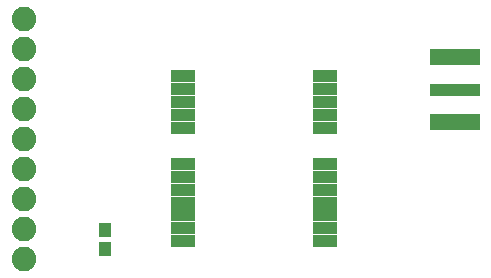
<source format=gbr>
G04 EAGLE Gerber RS-274X export*
G75*
%MOMM*%
%FSLAX34Y34*%
%LPD*%
%INSoldermask Top*%
%IPPOS*%
%AMOC8*
5,1,8,0,0,1.08239X$1,22.5*%
G01*
%ADD10C,2.082800*%
%ADD11R,4.303200X1.453200*%
%ADD12R,4.303200X1.103200*%
%ADD13R,2.003200X1.003200*%
%ADD14R,1.103200X1.253200*%


D10*
X63500Y50800D03*
X63500Y76200D03*
X63500Y254000D03*
X63500Y228600D03*
X63500Y203200D03*
X63500Y177800D03*
X63500Y152400D03*
X63500Y127000D03*
X63500Y101600D03*
D11*
X427990Y166560D03*
D12*
X427990Y194310D03*
D11*
X427990Y222060D03*
D13*
X198000Y205700D03*
X198000Y194700D03*
X198000Y183700D03*
X198000Y172700D03*
X198000Y161700D03*
X198000Y131700D03*
X198000Y120700D03*
X198000Y109700D03*
X198000Y98700D03*
X198000Y87700D03*
X198000Y76700D03*
X198000Y65700D03*
X318000Y205700D03*
X318000Y194700D03*
X318000Y183700D03*
X318000Y172700D03*
X318000Y161700D03*
X318000Y131700D03*
X318000Y120700D03*
X318000Y109700D03*
X318000Y98700D03*
X318000Y87700D03*
X318000Y76700D03*
X318000Y65700D03*
D14*
X132080Y75310D03*
X132080Y59310D03*
M02*

</source>
